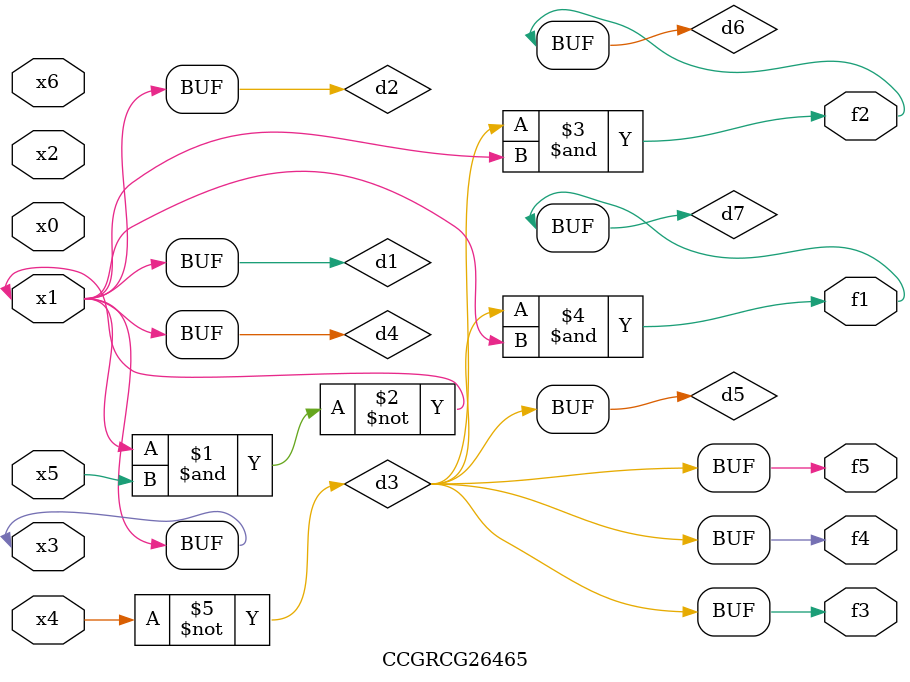
<source format=v>
module CCGRCG26465(
	input x0, x1, x2, x3, x4, x5, x6,
	output f1, f2, f3, f4, f5
);

	wire d1, d2, d3, d4, d5, d6, d7;

	buf (d1, x1, x3);
	nand (d2, x1, x5);
	not (d3, x4);
	buf (d4, d1, d2);
	buf (d5, d3);
	and (d6, d3, d4);
	and (d7, d3, d4);
	assign f1 = d7;
	assign f2 = d6;
	assign f3 = d5;
	assign f4 = d5;
	assign f5 = d5;
endmodule

</source>
